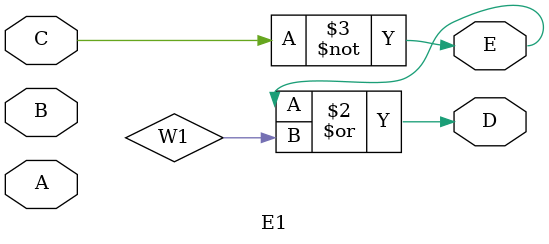
<source format=v>
`timescale 1ns/10ps
module E1(A,B,C,D,E);
 input A,B,C;
 output D,E;
 wire w1,w2;
 and G3(w1,A,B);
 not G2(E,C);
 or #(20) G4(D,E,W1);
 endmodule
</source>
